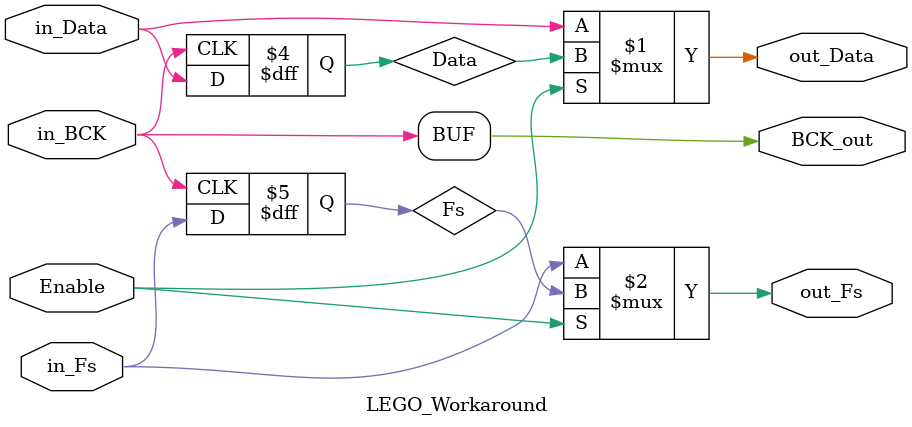
<source format=v>
module LEGO_Workaround(
input in_BCK,
		in_Fs,
		in_Data,
		Enable,
output BCK_out,
		 out_Fs,
		 out_Data
);

reg Data;
reg Fs;

assign BCK_out = in_BCK;
assign out_Data = Enable? Data:in_Data;
assign out_Fs = Enable? Fs:in_Fs;


always@(negedge in_BCK) begin
	Data <= in_Data;
	Fs <= in_Fs;
end

endmodule












</source>
